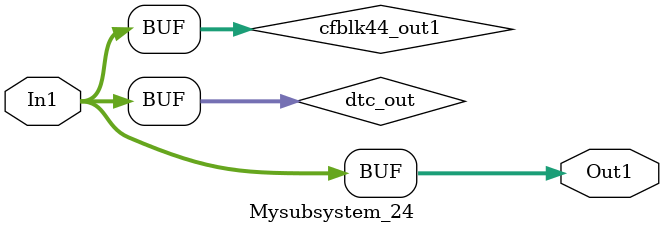
<source format=v>



`timescale 1 ns / 1 ns

module Mysubsystem_24
          (In1,
           Out1);


  input   [7:0] In1;  // uint8
  output  [7:0] Out1;  // uint8


  wire [7:0] dtc_out;  // ufix8
  wire [7:0] cfblk44_out1;  // uint8


  assign dtc_out = In1;



  assign cfblk44_out1 = dtc_out;



  assign Out1 = cfblk44_out1;

endmodule  // Mysubsystem_24


</source>
